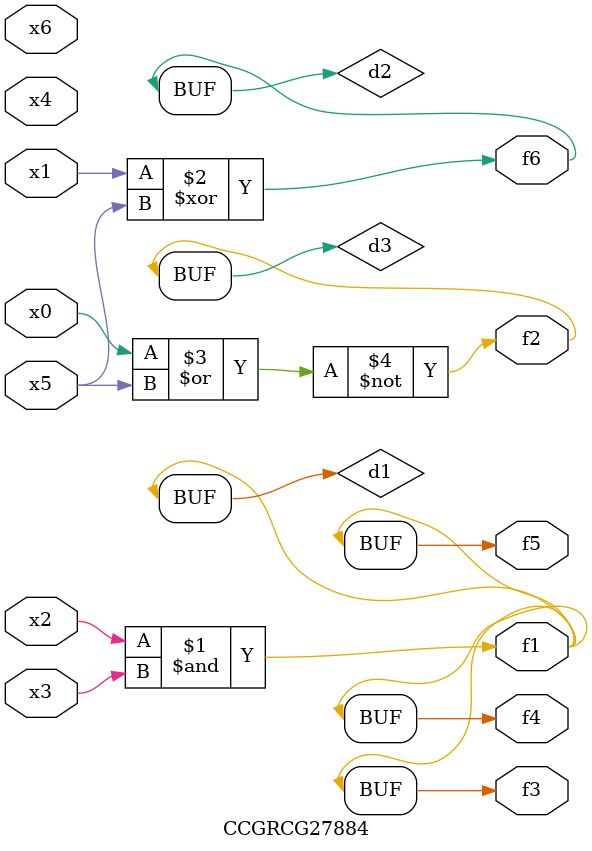
<source format=v>
module CCGRCG27884(
	input x0, x1, x2, x3, x4, x5, x6,
	output f1, f2, f3, f4, f5, f6
);

	wire d1, d2, d3;

	and (d1, x2, x3);
	xor (d2, x1, x5);
	nor (d3, x0, x5);
	assign f1 = d1;
	assign f2 = d3;
	assign f3 = d1;
	assign f4 = d1;
	assign f5 = d1;
	assign f6 = d2;
endmodule

</source>
